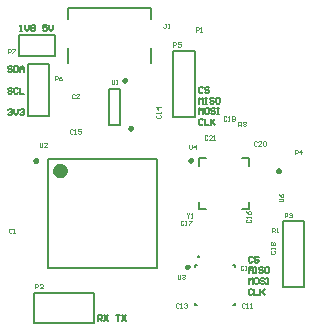
<source format=gto>
%FSTAX23Y23*%
%MOIN*%
%SFA1B1*%

%IPPOS*%
%ADD10C,0.009843*%
%ADD11C,0.023622*%
%ADD12C,0.007874*%
%ADD13C,0.005000*%
%ADD14C,0.004000*%
%LNcore_prototype_1-1*%
%LPD*%
G54D10*
X04169Y03228D02*
D01*
X04169Y03228*
X04169Y03228*
X04168Y03229*
X04168Y03229*
X04168Y03229*
X04168Y0323*
X04168Y0323*
X04168Y0323*
X04168Y03231*
X04167Y03231*
X04167Y03231*
X04167Y03231*
X04167Y03232*
X04166Y03232*
X04166Y03232*
X04166Y03232*
X04165Y03232*
X04165Y03232*
X04165Y03232*
X04164Y03232*
X04164Y03233*
X04164Y03233*
X04163*
X04163Y03233*
X04163Y03232*
X04162Y03232*
X04162Y03232*
X04162Y03232*
X04161Y03232*
X04161Y03232*
X04161Y03232*
X04161Y03232*
X0416Y03231*
X0416Y03231*
X0416Y03231*
X0416Y03231*
X04159Y0323*
X04159Y0323*
X04159Y0323*
X04159Y03229*
X04159Y03229*
X04159Y03229*
X04159Y03228*
X04159Y03228*
X04159Y03228*
X04159Y03227*
X04159Y03227*
X04159Y03227*
X04159Y03226*
X04159Y03226*
X04159Y03226*
X04159Y03225*
X04159Y03225*
X0416Y03225*
X0416Y03224*
X0416Y03224*
X0416Y03224*
X04161Y03224*
X04161Y03224*
X04161Y03223*
X04161Y03223*
X04162Y03223*
X04162Y03223*
X04162Y03223*
X04163Y03223*
X04163Y03223*
X04163Y03223*
X04164*
X04164Y03223*
X04164Y03223*
X04165Y03223*
X04165Y03223*
X04165Y03223*
X04166Y03223*
X04166Y03223*
X04166Y03224*
X04167Y03224*
X04167Y03224*
X04167Y03224*
X04167Y03224*
X04168Y03225*
X04168Y03225*
X04168Y03225*
X04168Y03226*
X04168Y03226*
X04168Y03226*
X04168Y03227*
X04169Y03227*
X04169Y03227*
X04169Y03228*
X04369Y03121D02*
D01*
X04369Y03121*
X04369Y03122*
X04369Y03122*
X04369Y03122*
X04369Y03123*
X04369Y03123*
X04369Y03123*
X04368Y03124*
X04368Y03124*
X04368Y03124*
X04368Y03124*
X04368Y03125*
X04367Y03125*
X04367Y03125*
X04367Y03125*
X04366Y03125*
X04366Y03126*
X04366Y03126*
X04365Y03126*
X04365Y03126*
X04365Y03126*
X04364Y03126*
X04364*
X04364Y03126*
X04363Y03126*
X04363Y03126*
X04363Y03126*
X04362Y03126*
X04362Y03125*
X04362Y03125*
X04362Y03125*
X04361Y03125*
X04361Y03125*
X04361Y03124*
X0436Y03124*
X0436Y03124*
X0436Y03124*
X0436Y03123*
X0436Y03123*
X0436Y03123*
X0436Y03122*
X04359Y03122*
X04359Y03122*
X04359Y03121*
X04359Y03121*
X04359Y03121*
X04359Y0312*
X04359Y0312*
X0436Y0312*
X0436Y03119*
X0436Y03119*
X0436Y03119*
X0436Y03118*
X0436Y03118*
X0436Y03118*
X04361Y03118*
X04361Y03117*
X04361Y03117*
X04362Y03117*
X04362Y03117*
X04362Y03117*
X04362Y03117*
X04363Y03116*
X04363Y03116*
X04363Y03116*
X04364Y03116*
X04364Y03116*
X04364*
X04365Y03116*
X04365Y03116*
X04365Y03116*
X04366Y03116*
X04366Y03117*
X04366Y03117*
X04367Y03117*
X04367Y03117*
X04367Y03117*
X04368Y03117*
X04368Y03118*
X04368Y03118*
X04368Y03118*
X04368Y03118*
X04369Y03119*
X04369Y03119*
X04369Y03119*
X04369Y0312*
X04369Y0312*
X04369Y0312*
X04369Y03121*
X04369Y03121*
X03852Y0312D02*
D01*
X03852Y0312*
X03852Y0312*
X03852Y03121*
X03852Y03121*
X03852Y03121*
X03852Y03122*
X03851Y03122*
X03851Y03122*
X03851Y03123*
X03851Y03123*
X03851Y03123*
X0385Y03123*
X0385Y03124*
X0385Y03124*
X0385Y03124*
X03849Y03124*
X03849Y03124*
X03849Y03124*
X03848Y03124*
X03848Y03125*
X03848Y03125*
X03847Y03125*
X03847*
X03847Y03125*
X03846Y03125*
X03846Y03124*
X03846Y03124*
X03845Y03124*
X03845Y03124*
X03845Y03124*
X03844Y03124*
X03844Y03124*
X03844Y03123*
X03844Y03123*
X03843Y03123*
X03843Y03123*
X03843Y03122*
X03843Y03122*
X03843Y03122*
X03842Y03121*
X03842Y03121*
X03842Y03121*
X03842Y0312*
X03842Y0312*
X03842Y0312*
X03842Y03119*
X03842Y03119*
X03842Y03119*
X03842Y03118*
X03842Y03118*
X03843Y03118*
X03843Y03117*
X03843Y03117*
X03843Y03117*
X03843Y03117*
X03844Y03116*
X03844Y03116*
X03844Y03116*
X03844Y03116*
X03845Y03115*
X03845Y03115*
X03845Y03115*
X03846Y03115*
X03846Y03115*
X03846Y03115*
X03847Y03115*
X03847Y03115*
X03847*
X03848Y03115*
X03848Y03115*
X03848Y03115*
X03849Y03115*
X03849Y03115*
X03849Y03115*
X0385Y03115*
X0385Y03116*
X0385Y03116*
X0385Y03116*
X03851Y03116*
X03851Y03117*
X03851Y03117*
X03851Y03117*
X03851Y03117*
X03852Y03118*
X03852Y03118*
X03852Y03118*
X03852Y03119*
X03852Y03119*
X03852Y03119*
X03852Y0312*
X04149Y03388D02*
D01*
X04149Y03388*
X04149Y03389*
X04149Y03389*
X04149Y03389*
X04149Y0339*
X04148Y0339*
X04148Y0339*
X04148Y03391*
X04148Y03391*
X04148Y03391*
X04147Y03391*
X04147Y03392*
X04147Y03392*
X04147Y03392*
X04146Y03392*
X04146Y03392*
X04146Y03393*
X04145Y03393*
X04145Y03393*
X04145Y03393*
X04144Y03393*
X04144Y03393*
X04144*
X04143Y03393*
X04143Y03393*
X04143Y03393*
X04142Y03393*
X04142Y03393*
X04142Y03392*
X04141Y03392*
X04141Y03392*
X04141Y03392*
X04141Y03392*
X0414Y03391*
X0414Y03391*
X0414Y03391*
X0414Y03391*
X0414Y0339*
X04139Y0339*
X04139Y0339*
X04139Y03389*
X04139Y03389*
X04139Y03389*
X04139Y03388*
X04139Y03388*
X04139Y03388*
X04139Y03387*
X04139Y03387*
X04139Y03387*
X04139Y03386*
X04139Y03386*
X0414Y03386*
X0414Y03385*
X0414Y03385*
X0414Y03385*
X0414Y03385*
X04141Y03384*
X04141Y03384*
X04141Y03384*
X04141Y03384*
X04142Y03384*
X04142Y03383*
X04142Y03383*
X04143Y03383*
X04143Y03383*
X04143Y03383*
X04144Y03383*
X04144*
X04144Y03383*
X04145Y03383*
X04145Y03383*
X04145Y03383*
X04146Y03383*
X04146Y03384*
X04146Y03384*
X04147Y03384*
X04147Y03384*
X04147Y03384*
X04147Y03385*
X04148Y03385*
X04148Y03385*
X04148Y03385*
X04148Y03386*
X04148Y03386*
X04149Y03386*
X04149Y03387*
X04149Y03387*
X04149Y03387*
X04149Y03388*
X04149Y03388*
X04357Y02766D02*
D01*
X04357Y02766*
X04357Y02766*
X04357Y02767*
X04357Y02767*
X04357Y02767*
X04356Y02768*
X04356Y02768*
X04356Y02768*
X04356Y02768*
X04356Y02769*
X04356Y02769*
X04355Y02769*
X04355Y02769*
X04355Y0277*
X04354Y0277*
X04354Y0277*
X04354Y0277*
X04354Y0277*
X04353Y0277*
X04353Y0277*
X04352Y0277*
X04352Y0277*
X04352*
X04351Y0277*
X04351Y0277*
X04351Y0277*
X0435Y0277*
X0435Y0277*
X0435Y0277*
X0435Y0277*
X04349Y0277*
X04349Y02769*
X04349Y02769*
X04348Y02769*
X04348Y02769*
X04348Y02768*
X04348Y02768*
X04348Y02768*
X04347Y02768*
X04347Y02767*
X04347Y02767*
X04347Y02767*
X04347Y02766*
X04347Y02766*
X04347Y02766*
X04347Y02765*
X04347Y02765*
X04347Y02765*
X04347Y02764*
X04347Y02764*
X04347Y02764*
X04348Y02763*
X04348Y02763*
X04348Y02763*
X04348Y02762*
X04348Y02762*
X04349Y02762*
X04349Y02762*
X04349Y02761*
X0435Y02761*
X0435Y02761*
X0435Y02761*
X0435Y02761*
X04351Y02761*
X04351Y02761*
X04351Y02761*
X04352Y02761*
X04352*
X04352Y02761*
X04353Y02761*
X04353Y02761*
X04354Y02761*
X04354Y02761*
X04354Y02761*
X04354Y02761*
X04355Y02761*
X04355Y02762*
X04355Y02762*
X04356Y02762*
X04356Y02762*
X04356Y02763*
X04356Y02763*
X04356Y02763*
X04356Y02764*
X04357Y02764*
X04357Y02764*
X04357Y02765*
X04357Y02765*
X04357Y02765*
X04357Y02766*
X04661Y03086D02*
D01*
X04661Y03086*
X04661Y03087*
X0466Y03087*
X0466Y03087*
X0466Y03088*
X0466Y03088*
X0466Y03088*
X0466Y03089*
X0466Y03089*
X04659Y03089*
X04659Y03089*
X04659Y0309*
X04659Y0309*
X04658Y0309*
X04658Y0309*
X04658Y0309*
X04657Y0309*
X04657Y03091*
X04657Y03091*
X04656Y03091*
X04656Y03091*
X04656Y03091*
X04655*
X04655Y03091*
X04655Y03091*
X04654Y03091*
X04654Y03091*
X04654Y0309*
X04653Y0309*
X04653Y0309*
X04653Y0309*
X04653Y0309*
X04652Y0309*
X04652Y03089*
X04652Y03089*
X04652Y03089*
X04651Y03089*
X04651Y03088*
X04651Y03088*
X04651Y03088*
X04651Y03087*
X04651Y03087*
X04651Y03087*
X04651Y03086*
X04651Y03086*
X04651Y03086*
X04651Y03085*
X04651Y03085*
X04651Y03085*
X04651Y03084*
X04651Y03084*
X04651Y03084*
X04651Y03083*
X04652Y03083*
X04652Y03083*
X04652Y03083*
X04652Y03082*
X04653Y03082*
X04653Y03082*
X04653Y03082*
X04653Y03082*
X04654Y03081*
X04654Y03081*
X04654Y03081*
X04655Y03081*
X04655Y03081*
X04655Y03081*
X04656*
X04656Y03081*
X04656Y03081*
X04657Y03081*
X04657Y03081*
X04657Y03081*
X04658Y03082*
X04658Y03082*
X04658Y03082*
X04659Y03082*
X04659Y03082*
X04659Y03083*
X04659Y03083*
X0466Y03083*
X0466Y03083*
X0466Y03084*
X0466Y03084*
X0466Y03084*
X0466Y03085*
X0466Y03085*
X04661Y03085*
X04661Y03086*
X04661Y03086*
G54D11*
X0394Y03086D02*
D01*
X0394Y03087*
X03939Y03088*
X03939Y03089*
X03939Y03089*
X03939Y0309*
X03939Y03091*
X03938Y03092*
X03938Y03092*
X03937Y03093*
X03937Y03094*
X03936Y03094*
X03936Y03095*
X03935Y03096*
X03934Y03096*
X03934Y03096*
X03933Y03097*
X03932Y03097*
X03931Y03097*
X03931Y03098*
X0393Y03098*
X03929Y03098*
X03928Y03098*
X03927*
X03927Y03098*
X03926Y03098*
X03925Y03098*
X03924Y03097*
X03923Y03097*
X03923Y03097*
X03922Y03096*
X03921Y03096*
X0392Y03096*
X0392Y03095*
X03919Y03094*
X03919Y03094*
X03918Y03093*
X03918Y03092*
X03917Y03092*
X03917Y03091*
X03917Y0309*
X03916Y03089*
X03916Y03089*
X03916Y03088*
X03916Y03087*
X03916Y03086*
X03916Y03085*
X03916Y03085*
X03916Y03084*
X03916Y03083*
X03917Y03082*
X03917Y03081*
X03917Y03081*
X03918Y0308*
X03918Y03079*
X03919Y03079*
X03919Y03078*
X0392Y03077*
X0392Y03077*
X03921Y03076*
X03922Y03076*
X03923Y03076*
X03923Y03075*
X03924Y03075*
X03925Y03075*
X03926Y03075*
X03927Y03074*
X03927Y03074*
X03928*
X03929Y03074*
X0393Y03075*
X03931Y03075*
X03931Y03075*
X03932Y03075*
X03933Y03076*
X03934Y03076*
X03934Y03076*
X03935Y03077*
X03936Y03077*
X03936Y03078*
X03937Y03079*
X03937Y03079*
X03938Y0308*
X03938Y03081*
X03939Y03081*
X03939Y03082*
X03939Y03083*
X03939Y03084*
X03939Y03085*
X0394Y03085*
X0394Y03086*
G54D12*
X04391Y028D02*
D01*
X04391Y028*
X04391Y028*
X04391Y028*
X04391Y028*
X04391Y028*
X04391Y028*
X04391Y028*
X04391Y02801*
X0439Y02801*
X0439Y02801*
X0439Y02801*
X0439Y02801*
X0439Y02801*
X0439Y02801*
X0439Y02801*
X0439Y02801*
X0439Y02801*
X04389Y02801*
X04389Y02801*
X04389Y02801*
X04389Y02801*
X04389Y02801*
X04389*
X04389Y02801*
X04389Y02801*
X04388Y02801*
X04388Y02801*
X04388Y02801*
X04388Y02801*
X04388Y02801*
X04388Y02801*
X04388Y02801*
X04388Y02801*
X04387Y02801*
X04387Y02801*
X04387Y02801*
X04387Y02801*
X04387Y028*
X04387Y028*
X04387Y028*
X04387Y028*
X04387Y028*
X04387Y028*
X04387Y028*
X04387Y028*
X04387Y02799*
X04387Y02799*
X04387Y02799*
X04387Y02799*
X04387Y02799*
X04387Y02799*
X04387Y02799*
X04387Y02798*
X04387Y02798*
X04387Y02798*
X04387Y02798*
X04388Y02798*
X04388Y02798*
X04388Y02798*
X04388Y02798*
X04388Y02798*
X04388Y02798*
X04388Y02798*
X04388Y02798*
X04389Y02798*
X04389Y02798*
X04389Y02798*
X04389*
X04389Y02798*
X04389Y02798*
X04389Y02798*
X04389Y02798*
X0439Y02798*
X0439Y02798*
X0439Y02798*
X0439Y02798*
X0439Y02798*
X0439Y02798*
X0439Y02798*
X0439Y02798*
X0439Y02798*
X04391Y02798*
X04391Y02799*
X04391Y02799*
X04391Y02799*
X04391Y02799*
X04391Y02799*
X04391Y02799*
X04391Y02799*
X04391Y028*
X0379Y03468D02*
X03911D01*
X0379D02*
Y03539D01*
X03911*
Y03468D02*
Y03539D01*
X03822Y0327D02*
X03893D01*
Y03441*
X03822D02*
X03893D01*
X03822Y0327D02*
Y03441D01*
X04377Y03264D02*
Y03485D01*
X04306Y03264D02*
X04377D01*
X04306D02*
Y03485D01*
X04377*
X04092Y03237D02*
Y0336D01*
X04127Y03237D02*
Y0336D01*
X04092D02*
X04127D01*
X04092Y03237D02*
X04127D01*
X04672Y02698D02*
X04743D01*
Y02919*
X04672D02*
X04743D01*
X04672Y02698D02*
Y02919D01*
X0439Y03102D02*
Y03127D01*
X04414*
X04535D02*
X04559D01*
Y03102D02*
Y03127D01*
Y02958D02*
Y02982D01*
X04535Y02958D02*
X04559D01*
X0439D02*
Y02982D01*
Y02958D02*
X04414D01*
X03888Y02763D02*
X04251D01*
X03888Y03126D02*
X04251D01*
Y02763D02*
Y03126D01*
X03888Y02763D02*
Y03126D01*
X04231Y03591D02*
Y03627D01*
Y03445D02*
Y03494D01*
X03955Y03627D02*
X04231D01*
X03955Y03591D02*
Y03627D01*
Y03445D02*
Y03494D01*
X04378Y02638D02*
X04385D01*
X04378D02*
Y02645D01*
X04504Y02638D02*
X04511D01*
Y02645*
Y02764D02*
Y02771D01*
X04504D02*
X04511D01*
X04378D02*
X04385D01*
X04378Y02764D02*
Y02771D01*
X03842Y02679D02*
X04042D01*
X03842Y02579D02*
Y02679D01*
Y02579D02*
X04042D01*
Y02679*
G54D13*
X03769Y03432D02*
X03765Y03435D01*
X03759*
X03756Y03432*
Y03429*
X03759Y03425*
X03765*
X03769Y03422*
Y03419*
X03765Y03415*
X03759*
X03756Y03419*
X03775Y03435D02*
Y03415D01*
X03785*
X03789Y03419*
Y03432*
X03785Y03435*
X03775*
X03795Y03415D02*
Y03429D01*
X03802Y03435*
X03809Y03429*
Y03415*
Y03425*
X03795*
X03769Y0336D02*
X03765Y03363D01*
X03759*
X03756Y0336*
Y03357*
X03759Y03353*
X03765*
X03769Y0335*
Y03347*
X03765Y03343*
X03759*
X03756Y03347*
X03789Y0336D02*
X03785Y03363D01*
X03779*
X03775Y0336*
Y03347*
X03779Y03343*
X03785*
X03789Y03347*
X03795Y03363D02*
Y03343D01*
X03809*
X03756Y03288D02*
X03759Y03291D01*
X03765*
X03769Y03288*
Y03285*
X03765Y03281*
X03762*
X03765*
X03769Y03278*
Y03275*
X03765Y03272*
X03759*
X03756Y03275*
X03775Y03291D02*
Y03278D01*
X03782Y03272*
X03789Y03278*
Y03291*
X03795Y03288D02*
X03799Y03291D01*
X03805*
X03809Y03288*
Y03285*
X03805Y03281*
X03802*
X03805*
X03809Y03278*
Y03275*
X03805Y03272*
X03799*
X03795Y03275*
X04056Y02585D02*
Y02604D01*
X04065*
X04069Y02601*
Y02594*
X04065Y02591*
X04056*
X04062D02*
X04069Y02585D01*
X04075Y02604D02*
X04089Y02585D01*
Y02604D02*
X04075Y02585D01*
X04115Y02604D02*
X04129D01*
X04122*
Y02585*
X04135Y02604D02*
X04149Y02585D01*
Y02604D02*
X04135Y02585D01*
X04405Y03363D02*
X04401Y03366D01*
X04395*
X04392Y03363*
Y0335*
X04395Y03346*
X04401*
X04405Y0335*
X04425Y03363D02*
X04421Y03366D01*
X04415*
X04411Y03363*
Y0336*
X04415Y03356*
X04421*
X04425Y03353*
Y0335*
X04421Y03346*
X04415*
X04411Y0335*
X04392Y0331D02*
Y0333D01*
X04398Y03324*
X04405Y0333*
Y0331*
X04411Y0333D02*
X04418D01*
X04415*
Y0331*
X04411*
X04418*
X04441Y03327D02*
X04438Y0333D01*
X04431*
X04428Y03327*
Y03324*
X04431Y0332*
X04438*
X04441Y03317*
Y03314*
X04438Y0331*
X04431*
X04428Y03314*
X04458Y0333D02*
X04451D01*
X04448Y03327*
Y03314*
X04451Y0331*
X04458*
X04461Y03314*
Y03327*
X04458Y0333*
X04392Y03274D02*
Y03294D01*
X04398Y03288*
X04405Y03294*
Y03274*
X04421Y03294D02*
X04415D01*
X04411Y03291*
Y03278*
X04415Y03274*
X04421*
X04425Y03278*
Y03291*
X04421Y03294*
X04445Y03291D02*
X04441Y03294D01*
X04435*
X04431Y03291*
Y03288*
X04435Y03284*
X04441*
X04445Y03281*
Y03278*
X04441Y03274*
X04435*
X04431Y03278*
X04451Y03294D02*
X04458D01*
X04455*
Y03274*
X04451*
X04458*
X04405Y03255D02*
X04401Y03258D01*
X04395*
X04392Y03255*
Y03242*
X04395Y03239*
X04401*
X04405Y03242*
X04411Y03258D02*
Y03239D01*
X04425*
X04431Y03258D02*
Y03239D01*
Y03245*
X04445Y03258*
X04435Y03248*
X04445Y03239*
X03795Y03552D02*
X03801D01*
X03798*
Y03571*
X03795Y03568*
X03811Y03571D02*
Y03558D01*
X03818Y03552*
X03824Y03558*
Y03571*
X03831Y03568D02*
X03834Y03571D01*
X03841*
X03844Y03568*
Y03565*
X03841Y03561*
X03844Y03558*
Y03555*
X03841Y03552*
X03834*
X03831Y03555*
Y03558*
X03834Y03561*
X03831Y03565*
Y03568*
X03834Y03561D02*
X03841D01*
X03884Y03571D02*
X03871D01*
Y03561*
X03878Y03565*
X03881*
X03884Y03561*
Y03555*
X03881Y03552*
X03874*
X03871Y03555*
X03891Y03571D02*
Y03558D01*
X03898Y03552*
X03904Y03558*
Y03571*
X0457Y02797D02*
X04566Y028D01*
X0456*
X04557Y02797*
Y02784*
X0456Y0278*
X04566*
X0457Y02784*
X0459Y02797D02*
X04586Y028D01*
X0458*
X04576Y02797*
Y02794*
X0458Y0279*
X04586*
X0459Y02787*
Y02784*
X04586Y0278*
X0458*
X04576Y02784*
X04557Y02744D02*
Y02764D01*
X04563Y02758*
X0457Y02764*
Y02744*
X04576Y02764D02*
X04583D01*
X0458*
Y02744*
X04576*
X04583*
X04606Y02761D02*
X04603Y02764D01*
X04596*
X04593Y02761*
Y02758*
X04596Y02754*
X04603*
X04606Y02751*
Y02748*
X04603Y02744*
X04596*
X04593Y02748*
X04623Y02764D02*
X04616D01*
X04613Y02761*
Y02748*
X04616Y02744*
X04623*
X04626Y02748*
Y02761*
X04623Y02764*
X04557Y02708D02*
Y02728D01*
X04563Y02722*
X0457Y02728*
Y02708*
X04586Y02728D02*
X0458D01*
X04576Y02725*
Y02712*
X0458Y02708*
X04586*
X0459Y02712*
Y02725*
X04586Y02728*
X0461Y02725D02*
X04606Y02728D01*
X046*
X04596Y02725*
Y02722*
X046Y02718*
X04606*
X0461Y02715*
Y02712*
X04606Y02708*
X046*
X04596Y02712*
X04616Y02728D02*
X04623D01*
X0462*
Y02708*
X04616*
X04623*
X0457Y02689D02*
X04566Y02692D01*
X0456*
X04557Y02689*
Y02676*
X0456Y02673*
X04566*
X0457Y02676*
X04576Y02692D02*
Y02673D01*
X0459*
X04596Y02692D02*
Y02673D01*
Y02679*
X0461Y02692*
X046Y02682*
X0461Y02673*
G54D14*
X04636Y02881D02*
Y02895D01*
X04643*
X04645Y02893*
Y02888*
X04643Y02886*
X04636*
X04641D02*
X04645Y02881D01*
X0465D02*
X04655D01*
X04653*
Y02895*
X0465Y02893*
X03755Y03477D02*
Y03491D01*
X03762*
X03764Y03489*
Y03484*
X03762Y03482*
X03755*
X03769Y03491D02*
X03779D01*
Y03489*
X03769Y03479*
Y03477*
X03911Y03387D02*
Y03401D01*
X03918*
X0392Y03399*
Y03394*
X03918Y03392*
X03911*
X03935Y03401D02*
X0393Y03399D01*
X03925Y03394*
Y03389*
X03928Y03387*
X03933*
X03935Y03389*
Y03392*
X03933Y03394*
X03925*
X04306Y035D02*
Y03514D01*
X04313*
X04315Y03512*
Y03507*
X04313Y03505*
X04306*
X0433Y03514D02*
X0432D01*
Y03507*
X04325Y03509*
X04328*
X0433Y03507*
Y03502*
X04328Y035*
X04323*
X0432Y03502*
X04359Y03173D02*
Y03161D01*
X04361Y03159*
X04366*
X04368Y03161*
Y03173*
X04381Y03159D02*
Y03173D01*
X04373Y03166*
X04383*
X0435Y02944D02*
Y02942D01*
X04355Y02937*
X04359Y02942*
Y02944*
X04355Y02937D02*
Y0293D01*
X04364D02*
X04369D01*
X04367*
Y02944*
X04364Y02942*
X04657Y02984D02*
X0467D01*
X04672Y02986*
Y02991*
X0467Y02993*
X04657*
Y03008D02*
X0466Y03003D01*
X04665Y02998*
X0467*
X04672Y03001*
Y03006*
X0467Y03008*
X04667*
X04665Y03006*
Y02998*
X0432Y02739D02*
Y02727D01*
X04322Y02725*
X04327*
X04329Y02727*
Y02739*
X04334Y02737D02*
X04337Y02739D01*
X04342*
X04344Y02737*
Y02734*
X04342Y02732*
X04339*
X04342*
X04344Y0273*
Y02727*
X04342Y02725*
X04337*
X04334Y02727*
X0386Y03179D02*
Y03167D01*
X03862Y03165*
X03867*
X03869Y03167*
Y03179*
X03884Y03165D02*
X03874D01*
X03884Y03174*
Y03177*
X03882Y03179*
X03877*
X03874Y03177*
X041Y03389D02*
Y03377D01*
X04102Y03375*
X04107*
X04109Y03377*
Y03389*
X04114Y03375D02*
X04119D01*
X04117*
Y03389*
X04114Y03387*
X04523Y03235D02*
Y03249D01*
X04531*
X04533Y03247*
Y03242*
X04531Y0324*
X04523*
X04528D02*
X04533Y03235D01*
X04538Y03247D02*
X04541Y03249D01*
X04546*
X04548Y03247*
Y03244*
X04546Y03242*
X04548Y0324*
Y03237*
X04546Y03235*
X04541*
X04538Y03237*
Y0324*
X04541Y03242*
X04538Y03244*
Y03247*
X04541Y03242D02*
X04546D01*
X04711Y03141D02*
Y03155D01*
X04718*
X04721Y03153*
Y03148*
X04718Y03146*
X04711*
X04733Y03141D02*
Y03155D01*
X04726Y03148*
X04736*
X04677Y02931D02*
Y02945D01*
X04684*
X04686Y02943*
Y02938*
X04684Y02936*
X04677*
X04691Y02943D02*
X04694Y02945D01*
X04699*
X04701Y02943*
Y0294*
X04699Y02938*
X04696*
X04699*
X04701Y02936*
Y02933*
X04699Y02931*
X04694*
X04691Y02933*
X03846Y02694D02*
Y02708D01*
X03853*
X03855Y02706*
Y02701*
X03853Y02699*
X03846*
X0387Y02694D02*
X0386D01*
X0387Y02703*
Y02706*
X03868Y02708*
X03863*
X0386Y02706*
X04382Y0355D02*
Y03564D01*
X04389*
X04391Y03562*
Y03557*
X04389Y03555*
X04382*
X04396Y0355D02*
X04401D01*
X04399*
Y03564*
X04396Y03562*
X04282Y03576D02*
X04278D01*
X0428*
Y03564*
X04278Y03562*
X04275*
X04273Y03564*
X04287Y03562D02*
X04292D01*
X0429*
Y03576*
X04287Y03574*
X04419Y03202D02*
X04417Y03204D01*
X04412*
X0441Y03202*
Y03192*
X04412Y0319*
X04417*
X04419Y03192*
X04434Y0319D02*
X04424D01*
X04434Y03199*
Y03202*
X04432Y03204*
X04427*
X04424Y03202*
X04439Y0319D02*
X04444D01*
X04442*
Y03204*
X04439Y03202*
X04584Y03182D02*
X04582Y03184D01*
X04577*
X04575Y03182*
Y03172*
X04577Y0317*
X04582*
X04584Y03172*
X04599Y0317D02*
X04589D01*
X04599Y03179*
Y03182*
X04597Y03184*
X04592*
X04589Y03182*
X04604D02*
X04607Y03184D01*
X04612*
X04614Y03182*
Y03172*
X04612Y0317*
X04607*
X04604Y03172*
Y03182*
X04483Y03265D02*
X04481Y03267D01*
X04476*
X04474Y03265*
Y03255*
X04476Y03253*
X04481*
X04483Y03255*
X04488Y03253D02*
X04493D01*
X04491*
Y03267*
X04488Y03265*
X04501Y03255D02*
X04503Y03253D01*
X04508*
X04511Y03255*
Y03265*
X04508Y03267*
X04503*
X04501Y03265*
Y03262*
X04503Y0326*
X04511*
X04633Y02819D02*
X04631Y02817D01*
Y02812*
X04633Y0281*
X04643*
X04646Y02812*
Y02817*
X04643Y02819*
X04646Y02824D02*
Y02829D01*
Y02827*
X04631*
X04633Y02824*
Y02837D02*
X04631Y02839D01*
Y02844*
X04633Y02847*
X04636*
X04638Y02844*
X04641Y02847*
X04643*
X04646Y02844*
Y02839*
X04643Y02837*
X04641*
X04638Y02839*
X04636Y02837*
X04633*
X04638Y02839D02*
Y02844D01*
X04339Y02917D02*
X04337Y02919D01*
X04332*
X0433Y02917*
Y02907*
X04332Y02905*
X04337*
X04339Y02907*
X04344Y02905D02*
X04349D01*
X04347*
Y02919*
X04344Y02917*
X04357Y02919D02*
X04367D01*
Y02917*
X04357Y02907*
Y02905*
X04551Y02923D02*
X04549Y02921D01*
Y02916*
X04551Y02914*
X04561*
X04564Y02916*
Y02921*
X04561Y02923*
X04564Y02928D02*
Y02933D01*
Y02931*
X04549*
X04551Y02928*
X04549Y02951D02*
X04551Y02946D01*
X04556Y02941*
X04561*
X04564Y02943*
Y02948*
X04561Y02951*
X04559*
X04556Y02948*
Y02941*
X03971Y03222D02*
X03969Y03224D01*
X03964*
X03962Y03222*
Y03212*
X03964Y0321*
X03969*
X03971Y03212*
X03976Y0321D02*
X03981D01*
X03979*
Y03224*
X03976Y03222*
X03999Y03224D02*
X03989D01*
Y03217*
X03994Y03219*
X03996*
X03999Y03217*
Y03212*
X03996Y0321*
X03991*
X03989Y03212*
X04251Y03272D02*
X04249Y0327D01*
Y03265*
X04251Y03263*
X04261*
X04264Y03265*
Y0327*
X04261Y03272*
X04264Y03277D02*
Y03282D01*
Y0328*
X04249*
X04251Y03277*
X04264Y03297D02*
X04249D01*
X04256Y0329*
Y033*
X04324Y02642D02*
X04322Y02644D01*
X04317*
X04315Y02642*
Y02632*
X04317Y0263*
X04322*
X04324Y02632*
X04329Y0263D02*
X04334D01*
X04332*
Y02644*
X04329Y02642*
X04342D02*
X04344Y02644D01*
X04349*
X04352Y02642*
Y02639*
X04349Y02637*
X04347*
X04349*
X04352Y02635*
Y02632*
X04349Y0263*
X04344*
X04342Y02632*
X04539Y02767D02*
X04537Y02769D01*
X04532*
X0453Y02767*
Y02757*
X04532Y02755*
X04537*
X04539Y02757*
X04544Y02755D02*
X04549D01*
X04547*
Y02769*
X04544Y02767*
X04567Y02755D02*
X04557D01*
X04567Y02764*
Y02767*
X04564Y02769*
X04559*
X04557Y02767*
X04544Y02642D02*
X04542Y02644D01*
X04537*
X04535Y02642*
Y02632*
X04537Y0263*
X04542*
X04544Y02632*
X04549Y0263D02*
X04554D01*
X04552*
Y02644*
X04549Y02642*
X04562Y0263D02*
X04567D01*
X04564*
Y02644*
X04562Y02642*
X03977Y0334D02*
X03975Y03342D01*
X0397*
X03968Y0334*
Y0333*
X0397Y03328*
X03975*
X03977Y0333*
X03992Y03328D02*
X03982D01*
X03992Y03337*
Y0334*
X0399Y03342*
X03985*
X03982Y0334*
X03768Y02891D02*
X03766Y02893D01*
X03761*
X03759Y02891*
Y02881*
X03761Y02879*
X03766*
X03768Y02881*
X03773Y02879D02*
X03778D01*
X03776*
Y02893*
X03773Y02891*
M02*
</source>
